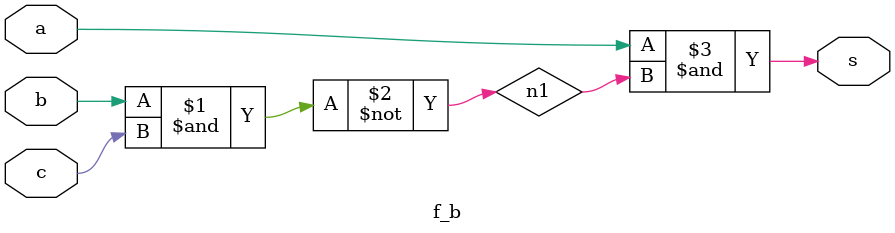
<source format=v>
/*
 Questao_02b.v
 842527 - Gabriel Ferreira Pereira
*/

module f_b (
    output s,
    input a, b, c
);
    wire n1, n2;

    // n1 = b' + c' 
    nand (n1, b, c);

    // s = a * n1
    nand (n2, a, n1);
    nand (s, n2, n2);  // inverte de volta para AND

endmodule
</source>
